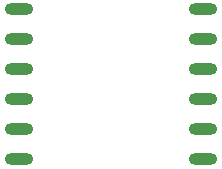
<source format=gbr>
%TF.GenerationSoftware,KiCad,Pcbnew,(6.0.2-0)*%
%TF.CreationDate,2022-03-06T07:27:11+00:00*%
%TF.ProjectId,L86,4c38362e-6b69-4636-9164-5f7063625858,rev?*%
%TF.SameCoordinates,Original*%
%TF.FileFunction,Paste,Top*%
%TF.FilePolarity,Positive*%
%FSLAX46Y46*%
G04 Gerber Fmt 4.6, Leading zero omitted, Abs format (unit mm)*
G04 Created by KiCad (PCBNEW (6.0.2-0)) date 2022-03-06 07:27:11*
%MOMM*%
%LPD*%
G01*
G04 APERTURE LIST*
G04 Aperture macros list*
%AMRoundRect*
0 Rectangle with rounded corners*
0 $1 Rounding radius*
0 $2 $3 $4 $5 $6 $7 $8 $9 X,Y pos of 4 corners*
0 Add a 4 corners polygon primitive as box body*
4,1,4,$2,$3,$4,$5,$6,$7,$8,$9,$2,$3,0*
0 Add four circle primitives for the rounded corners*
1,1,$1+$1,$2,$3*
1,1,$1+$1,$4,$5*
1,1,$1+$1,$6,$7*
1,1,$1+$1,$8,$9*
0 Add four rect primitives between the rounded corners*
20,1,$1+$1,$2,$3,$4,$5,0*
20,1,$1+$1,$4,$5,$6,$7,0*
20,1,$1+$1,$6,$7,$8,$9,0*
20,1,$1+$1,$8,$9,$2,$3,0*%
G04 Aperture macros list end*
%ADD10RoundRect,0.450000X-0.750000X-0.030000X0.750000X-0.030000X0.750000X0.030000X-0.750000X0.030000X0*%
G04 APERTURE END LIST*
D10*
%TO.C,U1*%
X107750000Y-106350000D03*
X107750000Y-103810000D03*
X107750000Y-101270000D03*
X107750000Y-98730000D03*
X107750000Y-96190000D03*
X107750000Y-93650000D03*
X92250000Y-93650000D03*
X92250000Y-96190000D03*
X92250000Y-98730000D03*
X92250000Y-101270000D03*
X92250000Y-103810000D03*
X92250000Y-106350000D03*
%TD*%
M02*

</source>
